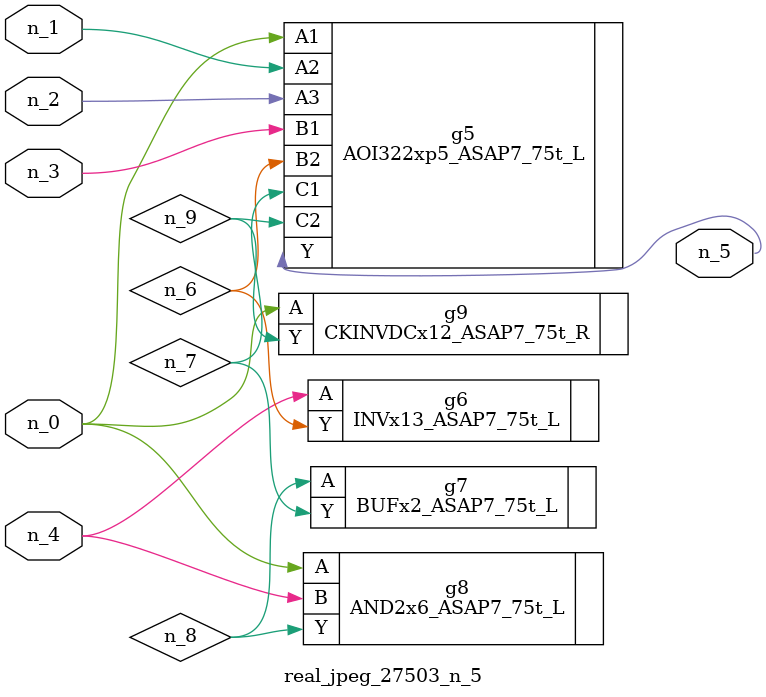
<source format=v>
module real_jpeg_27503_n_5 (n_4, n_0, n_1, n_2, n_3, n_5);

input n_4;
input n_0;
input n_1;
input n_2;
input n_3;

output n_5;

wire n_8;
wire n_6;
wire n_7;
wire n_9;

AOI322xp5_ASAP7_75t_L g5 ( 
.A1(n_0),
.A2(n_1),
.A3(n_2),
.B1(n_3),
.B2(n_6),
.C1(n_7),
.C2(n_9),
.Y(n_5)
);

AND2x6_ASAP7_75t_L g8 ( 
.A(n_0),
.B(n_4),
.Y(n_8)
);

CKINVDCx12_ASAP7_75t_R g9 ( 
.A(n_0),
.Y(n_9)
);

INVx13_ASAP7_75t_L g6 ( 
.A(n_4),
.Y(n_6)
);

BUFx2_ASAP7_75t_L g7 ( 
.A(n_8),
.Y(n_7)
);


endmodule
</source>
